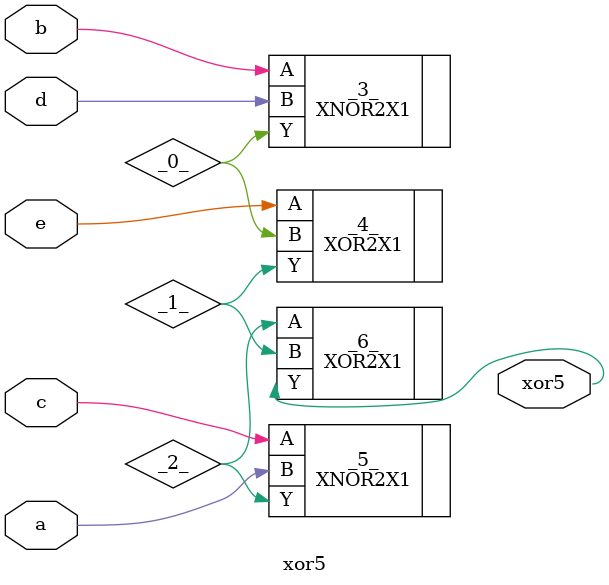
<source format=v>
/* Generated by Yosys 0.11+20 (git sha1 UNKNOWN, gcc 9.4.0-1ubuntu1~20.04.1 -fPIC -Os) */

(* cells_not_processed =  1  *)
module xor5(d, c, b, a, e, xor5);
  wire _0_;
  wire _1_;
  wire _2_;
  input a;
  input b;
  input c;
  input d;
  input e;
  output xor5;
  XNOR2X1 _3_ (
    .A(b),
    .B(d),
    .Y(_0_)
  );
  XOR2X1 _4_ (
    .A(e),
    .B(_0_),
    .Y(_1_)
  );
  XNOR2X1 _5_ (
    .A(c),
    .B(a),
    .Y(_2_)
  );
  XOR2X1 _6_ (
    .A(_2_),
    .B(_1_),
    .Y(xor5)
  );
endmodule

</source>
